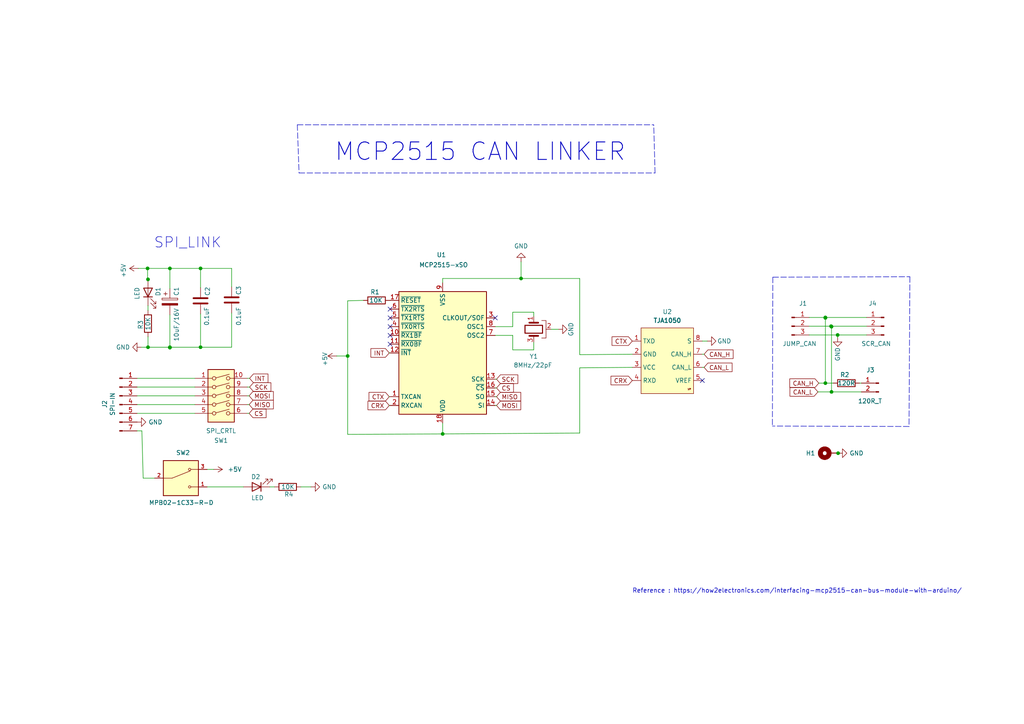
<source format=kicad_sch>
(kicad_sch (version 20211123) (generator eeschema)
  (paper "A4")
  (title_block (title "MCP2515_SPI_TO_CAN") (rev "V1"))
  (lib_symbols
    (symbol "Connector:Conn_01x02_Male" (pin_names (offset 1.016) hide)
      (property "Reference" "J" (at 0 2.54 0))
      (property "Value" "Conn_01x02_Male" (at 0 -5.08 0))
      (symbol "Conn_01x02_Male_1_1"
        (polyline (pts (xy 1.27 -2.54) (xy 0.8636 -2.54)) (stroke (width 0.1524)))
        (polyline (pts (xy 1.27 0) (xy 0.8636 0)) (stroke (width 0.1524)))
        (rectangle (start 0.8636 -2.413) (end 0 -2.667) (stroke (width 0.1524)) (fill (type outline)))
        (rectangle (start 0.8636 0.127) (end 0 -0.127) (stroke (width 0.1524)) (fill (type outline)))
        (pin passive line (at 5.08 0 180) (length 3.81) (name "Pin_1") (number "1"))
        (pin passive line (at 5.08 -2.54 180) (length 3.81) (name "Pin_2") (number "2"))
      )
    )
    (symbol "Connector:Conn_01x03_Male" (pin_names (offset 1.016) hide)
      (property "Reference" "J" (at 0 5.08 0))
      (property "Value" "Conn_01x03_Male" (at 0 -5.08 0))
      (symbol "Conn_01x03_Male_1_1"
        (polyline (pts (xy 1.27 -2.54) (xy 0.8636 -2.54)) (stroke (width 0.1524)))
        (polyline (pts (xy 1.27 0) (xy 0.8636 0)) (stroke (width 0.1524)))
        (polyline (pts (xy 1.27 2.54) (xy 0.8636 2.54)) (stroke (width 0.1524)))
        (rectangle (start 0.8636 -2.413) (end 0 -2.667) (stroke (width 0.1524)) (fill (type outline)))
        (rectangle (start 0.8636 0.127) (end 0 -0.127) (stroke (width 0.1524)) (fill (type outline)))
        (rectangle (start 0.8636 2.667) (end 0 2.413) (stroke (width 0.1524)) (fill (type outline)))
        (pin passive line (at 5.08 2.54 180) (length 3.81) (name "Pin_1") (number "1"))
        (pin passive line (at 5.08 0 180) (length 3.81) (name "Pin_2") (number "2"))
        (pin passive line (at 5.08 -2.54 180) (length 3.81) (name "Pin_3") (number "3"))
      )
    )
    (symbol "Connector:Conn_01x07_Male" (pin_names (offset 1.016) hide)
      (property "Reference" "J" (at 0 10.16 0))
      (property "Value" "Conn_01x07_Male" (at 0 -10.16 0))
      (symbol "Conn_01x07_Male_1_1"
        (polyline (pts (xy 1.27 -7.62) (xy 0.8636 -7.62)) (stroke (width 0.1524)))
        (polyline (pts (xy 1.27 -5.08) (xy 0.8636 -5.08)) (stroke (width 0.1524)))
        (polyline (pts (xy 1.27 -2.54) (xy 0.8636 -2.54)) (stroke (width 0.1524)))
        (polyline (pts (xy 1.27 0) (xy 0.8636 0)) (stroke (width 0.1524)))
        (polyline (pts (xy 1.27 2.54) (xy 0.8636 2.54)) (stroke (width 0.1524)))
        (polyline (pts (xy 1.27 5.08) (xy 0.8636 5.08)) (stroke (width 0.1524)))
        (polyline (pts (xy 1.27 7.62) (xy 0.8636 7.62)) (stroke (width 0.1524)))
        (rectangle (start 0.8636 -7.493) (end 0 -7.747) (stroke (width 0.1524)) (fill (type outline)))
        (rectangle (start 0.8636 -4.953) (end 0 -5.207) (stroke (width 0.1524)) (fill (type outline)))
        (rectangle (start 0.8636 -2.413) (end 0 -2.667) (stroke (width 0.1524)) (fill (type outline)))
        (rectangle (start 0.8636 0.127) (end 0 -0.127) (stroke (width 0.1524)) (fill (type outline)))
        (rectangle (start 0.8636 2.667) (end 0 2.413) (stroke (width 0.1524)) (fill (type outline)))
        (rectangle (start 0.8636 5.207) (end 0 4.953) (stroke (width 0.1524)) (fill (type outline)))
        (rectangle (start 0.8636 7.747) (end 0 7.493) (stroke (width 0.1524)) (fill (type outline)))
        (pin passive line (at 5.08 7.62 180) (length 3.81) (name "Pin_1") (number "1"))
        (pin passive line (at 5.08 5.08 180) (length 3.81) (name "Pin_2") (number "2"))
        (pin passive line (at 5.08 2.54 180) (length 3.81) (name "Pin_3") (number "3"))
        (pin passive line (at 5.08 0 180) (length 3.81) (name "Pin_4") (number "4"))
        (pin passive line (at 5.08 -2.54 180) (length 3.81) (name "Pin_5") (number "5"))
        (pin passive line (at 5.08 -5.08 180) (length 3.81) (name "Pin_6") (number "6"))
        (pin passive line (at 5.08 -7.62 180) (length 3.81) (name "Pin_7") (number "7"))
      )
    )
    (symbol "Custom_symbols:MPB02-1C33-R-D" (pin_names (offset 1.016))
      (property "Reference" "SW" (at -1.27 5.08 0))
      (property "Value" "MPB02-1C33-R-D" (at -8.89 -6.35 0))
      (symbol "MPB02-1C33-R-D_0_0"
        (rectangle (start -5.08 -5.08) (end 5.08 5.08) (stroke (width 0.254)) (fill (type background)))
        (polyline (pts (xy -2.54 0) (xy -5.08 0)) (stroke (width 0.1524)))
        (polyline (pts (xy -2.54 0) (xy 2.794 2.1336)) (stroke (width 0.1524)))
        (polyline (pts (xy 5.08 -2.54) (xy 2.921 -2.54)) (stroke (width 0.1524)))
        (polyline (pts (xy 5.08 2.54) (xy 2.921 2.54)) (stroke (width 0.1524)))
        (circle (center 2.54 -2.54) (radius 0.3302) (stroke (width 0.1524)))
        (circle (center 2.54 2.54) (radius 0.3302) (stroke (width 0.1524)))
        (pin passive line (at 7.62 -2.54 180) (length 2.54) (name "~") (number "1"))
        (pin passive line (at -7.62 0 0) (length 2.54) (name "~") (number "2"))
        (pin passive line (at 7.62 2.54 180) (length 2.54) (name "~") (number "3"))
      )
    )
    (symbol "Custom_symbols:TJA1050"
      (property "Reference" "U" (at 0 -12.7 0))
      (property "Value" "TJA1050" (at 0 -8.89 0))
      (symbol "TJA1050_0_0"
        (text "VP" (at 6.35 -8.89 0) (effects (font (size 0.5 0.5) italic)))
      )
      (symbol "TJA1050_0_1"
        (rectangle (start -7.62 8.89) (end 7.62 -10.16) (fill (type background)))
      )
      (symbol "TJA1050_1_1"
        (pin output line (at -10.16 5.08 0) (length 2.54) (name "TXD") (number "1"))
        (pin bidirectional line (at -10.16 1.27 0) (length 2.54) (name "GND") (number "2"))
        (pin power_in line (at -10.16 -2.54 0) (length 2.54) (name "VCC") (number "3"))
        (pin input line (at -10.16 -6.35 0) (length 2.54) (name "RXD") (number "4"))
        (pin input line (at 10.16 -6.35 180) (length 2.54) (name "VREF") (number "5"))
        (pin input line (at 10.16 -2.54 180) (length 2.54) (name "CAN_L") (number "6"))
        (pin input line (at 10.16 1.27 180) (length 2.54) (name "CAN_H") (number "7"))
        (pin input line (at 10.16 5.08 180) (length 2.54) (name "S") (number "8"))
      )
    )
    (symbol "Device:C" (pin_numbers hide) (pin_names (offset 0.254))
      (property "Reference" "C" (at 0.635 2.54 0))
      (property "Value" "C" (at 0.635 -2.54 0))
      (symbol "C_0_1"
        (polyline (pts (xy -2.032 -0.762) (xy 2.032 -0.762)) (stroke (width 0.508)))
        (polyline (pts (xy -2.032 0.762) (xy 2.032 0.762)) (stroke (width 0.508)))
      )
      (symbol "C_1_1"
        (pin passive line (at 0 3.81 270) (length 2.794) (name "~") (number "1"))
        (pin passive line (at 0 -3.81 90) (length 2.794) (name "~") (number "2"))
      )
    )
    (symbol "Device:C_Polarized" (pin_numbers hide) (pin_names (offset 0.254))
      (property "Reference" "C" (at 0.635 2.54 0))
      (property "Value" "C_Polarized" (at 0.635 -2.54 0))
      (symbol "C_Polarized_0_1"
        (rectangle (start -2.286 0.508) (end 2.286 1.016))
        (polyline (pts (xy -1.778 2.286) (xy -0.762 2.286)))
        (polyline (pts (xy -1.27 2.794) (xy -1.27 1.778)))
        (rectangle (start 2.286 -0.508) (end -2.286 -1.016) (fill (type outline)))
      )
      (symbol "C_Polarized_1_1"
        (pin passive line (at 0 3.81 270) (length 2.794) (name "~") (number "1"))
        (pin passive line (at 0 -3.81 90) (length 2.794) (name "~") (number "2"))
      )
    )
    (symbol "Device:Crystal_GND2" (pin_names (offset 1.016) hide)
      (property "Reference" "Y" (at 0 5.715 0))
      (property "Value" "Crystal_GND2" (at 0 3.81 0))
      (symbol "Crystal_GND2_0_1"
        (rectangle (start -1.143 2.54) (end 1.143 -2.54) (stroke (width 0.3048)))
        (polyline (pts (xy -2.54 0) (xy -1.905 0)))
        (polyline (pts (xy -1.905 -1.27) (xy -1.905 1.27)) (stroke (width 0.508)))
        (polyline (pts (xy 0 -3.81) (xy 0 -3.556)))
        (polyline (pts (xy 1.905 0) (xy 2.54 0)))
        (polyline (pts (xy 1.905 1.27) (xy 1.905 -1.27)) (stroke (width 0.508)))
        (polyline (pts (xy -2.54 -2.286) (xy -2.54 -3.556) (xy 2.54 -3.556) (xy 2.54 -2.286)))
      )
      (symbol "Crystal_GND2_1_1"
        (pin passive line (at -3.81 0 0) (length 1.27) (name "1") (number "1"))
        (pin passive line (at 0 -5.08 90) (length 1.27) (name "2") (number "2"))
        (pin passive line (at 3.81 0 180) (length 1.27) (name "3") (number "3"))
      )
    )
    (symbol "Device:LED" (pin_numbers hide) (pin_names (offset 1.016) hide)
      (property "Reference" "D" (at 0 2.54 0))
      (property "Value" "LED" (at 0 -2.54 0))
      (symbol "LED_0_1"
        (polyline (pts (xy -1.27 -1.27) (xy -1.27 1.27)) (stroke (width 0.254)))
        (polyline (pts (xy -1.27 0) (xy 1.27 0)))
        (polyline (pts (xy 1.27 -1.27) (xy 1.27 1.27) (xy -1.27 0) (xy 1.27 -1.27)) (stroke (width 0.254)))
        (polyline (pts (xy -3.048 -0.762) (xy -4.572 -2.286) (xy -3.81 -2.286) (xy -4.572 -2.286) (xy -4.572 -1.524)))
        (polyline (pts (xy -1.778 -0.762) (xy -3.302 -2.286) (xy -2.54 -2.286) (xy -3.302 -2.286) (xy -3.302 -1.524)))
      )
      (symbol "LED_1_1"
        (pin passive line (at -3.81 0 0) (length 2.54) (name "K") (number "1"))
        (pin passive line (at 3.81 0 180) (length 2.54) (name "A") (number "2"))
      )
    )
    (symbol "Device:R" (pin_numbers hide) (pin_names (offset 0))
      (property "Reference" "R" (at 2.032 0 90))
      (property "Value" "R" (at 0 0 90))
      (symbol "R_0_1"
        (rectangle (start -1.016 -2.54) (end 1.016 2.54) (stroke (width 0.254)))
      )
      (symbol "R_1_1"
        (pin passive line (at 0 3.81 270) (length 1.27) (name "~") (number "1"))
        (pin passive line (at 0 -3.81 90) (length 1.27) (name "~") (number "2"))
      )
    )
    (symbol "Interface_CAN_LIN:MCP2515-xSO"
      (property "Reference" "U" (at -10.16 19.685 0))
      (property "Value" "MCP2515-xSO" (at 19.05 20.32 0))
      (symbol "MCP2515-xSO_0_1"
        (rectangle (start -12.7 17.78) (end 12.7 -17.78) (stroke (width 0.254)) (fill (type background)))
      )
      (symbol "MCP2515-xSO_1_1"
        (pin output line (at 15.24 12.7 180) (length 2.54) (name "TXCAN") (number "1"))
        (pin output line (at 15.24 -5.08 180) (length 2.54) (name "~{RX1BF}") (number "10"))
        (pin output line (at 15.24 -2.54 180) (length 2.54) (name "~{RX0BF}") (number "11"))
        (pin output line (at 15.24 0 180) (length 2.54) (name "~{INT}") (number "12"))
        (pin input line (at -15.24 7.62 0) (length 2.54) (name "SCK") (number "13"))
        (pin input line (at -15.24 15.24 0) (length 2.54) (name "SI") (number "14"))
        (pin output line (at -15.24 12.7 0) (length 2.54) (name "SO") (number "15"))
        (pin input line (at -15.24 10.16 0) (length 2.54) (name "~{CS}") (number "16"))
        (pin input line (at 15.24 -15.24 180) (length 2.54) (name "~{RESET}") (number "17"))
        (pin power_in line (at 0 20.32 270) (length 2.54) (name "VDD") (number "18"))
        (pin input line (at 15.24 15.24 180) (length 2.54) (name "RXCAN") (number "2"))
        (pin output line (at -15.24 -10.16 0) (length 2.54) (name "CLKOUT/SOF") (number "3"))
        (pin input line (at 15.24 -7.62 180) (length 2.54) (name "~{TX0RTS}") (number "4"))
        (pin input line (at 15.24 -10.16 180) (length 2.54) (name "~{TX1RTS}") (number "5"))
        (pin input line (at 15.24 -12.7 180) (length 2.54) (name "~{TX2RTS}") (number "6"))
        (pin output line (at -15.24 -5.08 0) (length 2.54) (name "OSC2") (number "7"))
        (pin input line (at -15.24 -7.62 0) (length 2.54) (name "OSC1") (number "8"))
        (pin power_in line (at 0 -20.32 90) (length 2.54) (name "VSS") (number "9"))
      )
    )
    (symbol "Mechanical:MountingHole_Pad" (pin_numbers hide) (pin_names (offset 1.016) hide)
      (property "Reference" "H" (at 0 6.35 0))
      (property "Value" "MountingHole_Pad" (at 0 4.445 0))
      (symbol "MountingHole_Pad_0_1"
        (circle (center 0 1.27) (radius 1.27) (stroke (width 1.27)))
      )
      (symbol "MountingHole_Pad_1_1"
        (pin input line (at 0 -2.54 90) (length 2.54) (name "1") (number "1"))
      )
    )
    (symbol "Switch:SW_DIP_x05" (pin_names (offset 0) hide)
      (property "Reference" "SW" (at 0 8.89 0))
      (property "Value" "SW_DIP_x05" (at 0 -8.89 0))
      (symbol "SW_DIP_x05_0_0"
        (circle (center -2.032 -5.08) (radius 0.508))
        (circle (center -2.032 -2.54) (radius 0.508))
        (circle (center -2.032 0) (radius 0.508))
        (circle (center -2.032 2.54) (radius 0.508))
        (circle (center -2.032 5.08) (radius 0.508))
        (polyline (pts (xy -1.524 -4.9276) (xy 2.3622 -3.8862)))
        (polyline (pts (xy -1.524 -2.3876) (xy 2.3622 -1.3462)))
        (polyline (pts (xy -1.524 0.127) (xy 2.3622 1.1684)))
        (polyline (pts (xy -1.524 2.667) (xy 2.3622 3.7084)))
        (polyline (pts (xy -1.524 5.207) (xy 2.3622 6.2484)))
        (circle (center 2.032 -5.08) (radius 0.508))
        (circle (center 2.032 -2.54) (radius 0.508))
        (circle (center 2.032 0) (radius 0.508))
        (circle (center 2.032 2.54) (radius 0.508))
        (circle (center 2.032 5.08) (radius 0.508))
      )
      (symbol "SW_DIP_x05_0_1"
        (rectangle (start -3.81 7.62) (end 3.81 -7.62) (stroke (width 0.254)) (fill (type background)))
      )
      (symbol "SW_DIP_x05_1_1"
        (pin passive line (at -7.62 5.08 0) (length 5.08) (name "~") (number "1"))
        (pin passive line (at 7.62 5.08 180) (length 5.08) (name "~") (number "10"))
        (pin passive line (at -7.62 2.54 0) (length 5.08) (name "~") (number "2"))
        (pin passive line (at -7.62 0 0) (length 5.08) (name "~") (number "3"))
        (pin passive line (at -7.62 -2.54 0) (length 5.08) (name "~") (number "4"))
        (pin passive line (at -7.62 -5.08 0) (length 5.08) (name "~") (number "5"))
        (pin passive line (at 7.62 -5.08 180) (length 5.08) (name "~") (number "6"))
        (pin passive line (at 7.62 -2.54 180) (length 5.08) (name "~") (number "7"))
        (pin passive line (at 7.62 0 180) (length 5.08) (name "~") (number "8"))
        (pin passive line (at 7.62 2.54 180) (length 5.08) (name "~") (number "9"))
      )
    )
    (symbol "power:+5V" (power) (pin_names (offset 0))
      (property "Value" "+5V" (at 0 3.556 0))
      (symbol "+5V_0_1"
        (polyline (pts (xy -0.762 1.27) (xy 0 2.54)))
        (polyline (pts (xy 0 0) (xy 0 2.54)))
        (polyline (pts (xy 0 2.54) (xy 0.762 1.27)))
      )
      (symbol "+5V_1_1"
        (pin power_in line (at 0 0 90) (length 0) hide (name "+5V") (number "1"))
      )
    )
    (symbol "power:GND" (power) (pin_names (offset 0))
      (property "Value" "GND" (at 0 -3.81 0))
      (symbol "GND_0_1"
        (polyline (pts (xy 0 0) (xy 0 -1.27) (xy 1.27 -1.27) (xy 0 -2.54) (xy -1.27 -1.27) (xy 0 -1.27)))
      )
      (symbol "GND_1_1"
        (pin power_in line (at 0 0 270) (length 0) hide (name "GND") (number "1"))
      )
    )
  )
  (junction (at 242.951 97.155))
  (junction (at 239.395 92.202))
  (junction (at 241.046 94.615))
  (junction (at 42.926 81.026))
  (junction (at 151.13 80.772))
  (junction (at 241.173 94.742))
  (junction (at 49.276 100.711))
  (junction (at 49.276 100.838))
  (junction (at 241.173 113.665))
  (junction (at 239.395 111.125))
  (junction (at 42.799 77.851))
  (junction (at 58.166 77.851))
  (junction (at 128.397 125.857))
  (junction (at 243.078 131.445))
  (junction (at 100.838 103.251))
  (junction (at 42.926 100.711))
  (junction (at 239.395 92.075))
  (junction (at 58.166 100.711))
  (junction (at 49.276 77.851))
  (no_connect (at 143.637 92.202))
  (no_connect (at 113.157 89.662))
  (no_connect (at 113.157 92.202))
  (no_connect (at 113.157 94.742))
  (no_connect (at 113.157 99.822))
  (no_connect (at 113.157 97.282))
  (no_connect (at 203.708 110.363))
  (wire (pts (xy 39.751 109.728) (xy 56.515 109.728)))
  (wire (pts (xy 112.903 102.362) (xy 113.157 102.362)))
  (wire (pts (xy 72.263 117.348) (xy 71.755 117.348)))
  (wire (pts (xy 148.717 97.282) (xy 148.717 101.473)))
  (polyline (pts (xy 263.906 80.264) (xy 263.652 123.698)))
  (wire (pts (xy 168.148 80.772) (xy 168.148 102.87)))
  (wire (pts (xy 168.148 102.87) (xy 183.388 102.743)))
  (wire (pts (xy 151.13 80.772) (xy 168.148 80.772)))
  (wire (pts (xy 113.03 87.122) (xy 113.157 87.122)))
  (wire (pts (xy 58.166 91.059) (xy 58.166 100.711)))
  (wire (pts (xy 154.813 90.551) (xy 154.813 91.694)))
  (wire (pts (xy 144.018 112.522) (xy 143.637 112.522)))
  (wire (pts (xy 204.216 106.553) (xy 203.708 106.553)))
  (wire (pts (xy 143.637 97.282) (xy 148.717 97.282)))
  (wire (pts (xy 241.173 113.665) (xy 249.809 113.665)))
  (wire (pts (xy 58.166 100.711) (xy 67.183 100.711)))
  (wire (pts (xy 148.717 101.473) (xy 154.813 101.473)))
  (wire (pts (xy 204.216 102.743) (xy 203.708 102.743)))
  (wire (pts (xy 49.276 100.838) (xy 49.276 100.711)))
  (wire (pts (xy 128.397 82.042) (xy 128.397 80.772)))
  (wire (pts (xy 239.395 92.202) (xy 239.395 111.125)))
  (wire (pts (xy 112.903 117.602) (xy 113.157 117.602)))
  (wire (pts (xy 41.529 138.684) (xy 44.831 138.684)))
  (wire (pts (xy 42.926 90.043) (xy 42.926 88.646)))
  (wire (pts (xy 154.813 101.473) (xy 154.813 99.314)))
  (wire (pts (xy 72.263 119.888) (xy 71.755 119.888)))
  (wire (pts (xy 241.046 94.615) (xy 251.333 94.615)))
  (wire (pts (xy 148.717 90.551) (xy 154.813 90.551)))
  (wire (pts (xy 49.276 100.711) (xy 58.166 100.711)))
  (wire (pts (xy 234.696 94.615) (xy 241.046 94.615)))
  (wire (pts (xy 148.717 94.742) (xy 148.717 90.551)))
  (wire (pts (xy 39.751 119.888) (xy 56.515 119.888)))
  (wire (pts (xy 249.301 111.125) (xy 249.809 111.125)))
  (wire (pts (xy 239.395 92.202) (xy 239.395 92.075)))
  (wire (pts (xy 49.276 77.851) (xy 49.276 83.693)))
  (wire (pts (xy 39.751 117.348) (xy 56.515 117.348)))
  (polyline (pts (xy 86.233 36.195) (xy 86.741 50.165)))
  (wire (pts (xy 234.696 92.075) (xy 239.395 92.075)))
  (wire (pts (xy 237.236 113.665) (xy 241.173 113.665)))
  (polyline (pts (xy 263.652 123.698) (xy 224.028 123.571)))
  (wire (pts (xy 151.13 75.946) (xy 151.13 80.772)))
  (wire (pts (xy 49.276 91.313) (xy 49.276 100.711)))
  (wire (pts (xy 90.17 141.224) (xy 87.249 141.224)))
  (wire (pts (xy 128.397 122.682) (xy 128.397 125.857)))
  (wire (pts (xy 79.629 141.224) (xy 78.232 141.224)))
  (wire (pts (xy 42.799 77.851) (xy 49.276 77.851)))
  (polyline (pts (xy 86.741 50.165) (xy 189.992 50.165)))
  (wire (pts (xy 97.663 103.251) (xy 100.838 103.251)))
  (wire (pts (xy 242.951 97.155) (xy 251.333 97.155)))
  (wire (pts (xy 72.39 112.268) (xy 71.755 112.268)))
  (wire (pts (xy 234.696 97.155) (xy 242.951 97.155)))
  (wire (pts (xy 42.799 81.026) (xy 42.799 77.851)))
  (wire (pts (xy 144.018 109.982) (xy 143.637 109.982)))
  (wire (pts (xy 72.39 109.728) (xy 71.755 109.728)))
  (wire (pts (xy 100.838 125.984) (xy 128.397 125.857)))
  (wire (pts (xy 39.751 112.268) (xy 56.515 112.268)))
  (wire (pts (xy 39.751 124.968) (xy 41.148 124.968)))
  (wire (pts (xy 112.903 115.062) (xy 113.157 115.062)))
  (wire (pts (xy 143.637 94.742) (xy 148.717 94.742)))
  (wire (pts (xy 242.951 97.917) (xy 242.951 97.155)))
  (wire (pts (xy 105.41 87.122) (xy 100.838 87.249)))
  (wire (pts (xy 239.395 111.125) (xy 241.681 111.125)))
  (polyline (pts (xy 189.992 50.165) (xy 189.611 36.195)))
  (polyline (pts (xy 86.233 36.195) (xy 189.611 36.195)))
  (wire (pts (xy 128.397 80.772) (xy 151.13 80.772)))
  (wire (pts (xy 58.166 77.851) (xy 58.166 83.439)))
  (wire (pts (xy 241.173 94.742) (xy 241.173 113.665)))
  (wire (pts (xy 205.105 98.933) (xy 203.708 98.933)))
  (polyline (pts (xy 224.155 80.391) (xy 224.028 123.571)))
  (wire (pts (xy 67.183 100.711) (xy 67.183 90.805)))
  (wire (pts (xy 42.926 97.663) (xy 42.926 100.711)))
  (wire (pts (xy 168.148 125.603) (xy 168.148 106.68)))
  (wire (pts (xy 237.49 111.125) (xy 239.395 111.125)))
  (wire (pts (xy 67.183 77.851) (xy 67.183 83.185)))
  (wire (pts (xy 144.018 115.062) (xy 143.637 115.062)))
  (wire (pts (xy 39.751 114.808) (xy 56.515 114.808)))
  (wire (pts (xy 100.838 103.251) (xy 100.838 125.984)))
  (wire (pts (xy 42.926 100.711) (xy 49.276 100.711)))
  (polyline (pts (xy 224.155 80.391) (xy 263.906 80.264)))
  (wire (pts (xy 58.166 77.851) (xy 67.183 77.851)))
  (wire (pts (xy 128.397 125.857) (xy 168.148 125.603)))
  (wire (pts (xy 168.148 106.68) (xy 183.388 106.553)))
  (wire (pts (xy 144.018 117.602) (xy 143.637 117.602)))
  (wire (pts (xy 41.021 100.711) (xy 42.926 100.711)))
  (wire (pts (xy 41.148 124.968) (xy 41.529 138.684)))
  (wire (pts (xy 241.173 94.742) (xy 241.046 94.615)))
  (wire (pts (xy 49.276 77.851) (xy 58.166 77.851)))
  (wire (pts (xy 61.976 136.144) (xy 60.071 136.144)))
  (wire (pts (xy 60.071 141.224) (xy 70.612 141.224)))
  (wire (pts (xy 161.925 95.504) (xy 159.893 95.504)))
  (wire (pts (xy 72.263 114.808) (xy 71.755 114.808)))
  (wire (pts (xy 42.926 81.026) (xy 42.799 81.026)))
  (wire (pts (xy 40.132 77.851) (xy 42.799 77.851)))
  (wire (pts (xy 239.395 92.075) (xy 251.333 92.075)))
  (wire (pts (xy 100.838 87.249) (xy 100.838 103.251)))
  (text "Reference : https://how2electronics.com/interfacing-mcp2515-can-bus-module-with-arduino/" (at 183.388 172.212 0) (effects (font (size 1.27 1.27)) (justify left bottom)))
  (text "MCP2515 CAN LINKER" (at 96.901 47.117 0) (effects (font (size 5.08 5.08) (thickness 0.254) bold) (justify left bottom)))
  (text "SPI_LINK\n" (at 44.577 72.263 0) (effects (font (size 3 3)) (justify left bottom)))
  (global_label "MISO" (shape input) (at 144.018 115.062 0) (property "Intersheet References" "${INTERSHEET_REFS}" (effects hide)))
  (global_label "CAN_H" (shape input) (at 204.216 102.743 0) (property "Intersheet References" "${INTERSHEET_REFS}" (effects hide)))
  (global_label "CS" (shape input) (at 144.018 112.522 0) (property "Intersheet References" "${INTERSHEET_REFS}" (effects hide)))
  (global_label "CTX" (shape input) (at 183.388 98.933 180) (property "Intersheet References" "${INTERSHEET_REFS}" (effects hide)))
  (global_label "CTX" (shape input) (at 112.903 115.062 180) (property "Intersheet References" "${INTERSHEET_REFS}" (effects hide)))
  (global_label "CAN_H" (shape input) (at 237.49 111.125 180) (property "Intersheet References" "${INTERSHEET_REFS}" (effects hide)))
  (global_label "CRX" (shape input) (at 112.903 117.602 180) (property "Intersheet References" "${INTERSHEET_REFS}" (effects hide)))
  (global_label "MISO" (shape input) (at 72.263 117.348 0) (property "Intersheet References" "${INTERSHEET_REFS}" (effects hide)))
  (global_label "CAN_L" (shape input) (at 204.216 106.553 0) (property "Intersheet References" "${INTERSHEET_REFS}" (effects hide)))
  (global_label "INT" (shape input) (at 72.39 109.728 0) (property "Intersheet References" "${INTERSHEET_REFS}" (effects hide)))
  (global_label "INT" (shape input) (at 112.903 102.362 180) (property "Intersheet References" "${INTERSHEET_REFS}" (effects hide)))
  (global_label "CAN_L" (shape input) (at 237.236 113.665 180) (property "Intersheet References" "${INTERSHEET_REFS}" (effects hide)))
  (global_label "SCK" (shape input) (at 144.018 109.982 0) (property "Intersheet References" "${INTERSHEET_REFS}" (effects hide)))
  (global_label "MOSI" (shape input) (at 144.018 117.602 0) (property "Intersheet References" "${INTERSHEET_REFS}" (effects hide)))
  (global_label "CS" (shape input) (at 72.263 119.888 0) (property "Intersheet References" "${INTERSHEET_REFS}" (effects hide)))
  (global_label "SCK" (shape input) (at 72.39 112.268 0) (property "Intersheet References" "${INTERSHEET_REFS}" (effects hide)))
  (global_label "MOSI" (shape input) (at 72.263 114.808 0) (property "Intersheet References" "${INTERSHEET_REFS}" (effects hide)))
  (global_label "CRX" (shape input) (at 183.388 110.363 180) (property "Intersheet References" "${INTERSHEET_REFS}" (effects hide)))
  (symbol (lib_id "Connector:Conn_01x02_Male") (at 254.889 111.125 0) (mirror y) (unit 1)
    (property "Reference" "J3" (at 252.476 107.315 0))
    (property "Value" "120R_T" (at 252.349 116.332 0))
    (property "Footprint" "Jumper:SolderJumper-2_P1.3mm_Open_TrianglePad1.0x1.5mm" (effects hide))
  )
  (symbol (lib_id "Device:C") (at 58.166 87.249 0) (unit 1)
    (property "Reference" "C2" (at 60.198 85.852 90) (effects (justify left)))
    (property "Value" "0.1uF" (at 59.944 94.488 90) (effects (justify left)))
    (property "Footprint" "Capacitor_SMD:C_0805_2012Metric" (effects hide))
  )
  (symbol (lib_id "power:+5V") (at 97.663 103.251 90) (unit 1)
    (property "Reference" "#PWR04" (effects hide))
    (property "Value" "+5V" (at 94.234 102.108 0) (effects (justify right)))
  )
  (symbol (lib_id "power:GND") (at 205.105 98.933 90) (unit 1)
    (property "Reference" "#PWR06" (effects hide))
    (property "Value" "GND" (at 208.026 98.933 90) (effects (justify right)))
  )
  (symbol (lib_id "power:+5V") (at 61.976 136.144 270) (unit 1)
    (property "Reference" "#PWR03" (effects hide))
    (property "Value" "+5V" (at 66.04 136.1439 90) (effects (justify left)))
  )
  (symbol (lib_id "Custom_symbols:MPB02-1C33-R-D") (at 52.451 138.684 0) (unit 1)
    (property "Reference" "SW2" (at 53.086 131.318 0))
    (property "Value" "MPB02-1C33-R-D" (at 52.578 145.796 0))
    (property "Footprint" "Custom_Footprints:SW_MPB02-1C33-R-D" (effects hide))
    (property "MF" "Same Sky" (effects hide))
    (property "MAXIMUM_PACKAGE_HEIGHT" "6.2mm" (effects hide))
    (property "Package" "None" (effects hide))
    (property "Price" "None" (effects hide))
    (property "Check_prices" "https://www.snapeda.com/parts/MPB02-1C33-R-D/Same+Sky/view-part/?ref=eda" (effects hide))
    (property "STANDARD" "Manufacturer Recommendations" (effects hide))
    (property "PARTREV" "1.0" (effects hide))
    (property "SnapEDA_Link" "https://www.snapeda.com/parts/MPB02-1C33-R-D/Same+Sky/view-part/?ref=snap" (effects hide))
    (property "MP" "MPB02-1C33-R-D" (effects hide))
    (property "Description" "\n                        \n                            SPST, Through Hole, 3.3 mm Push, On-(ON), Right Angle Terminal, 2.54 mm Pitch, Push Button Switch\n                        \n" (effects hide))
    (property "Availability" "In Stock" (effects hide))
    (property "MANUFACTURER" "CUI Devices" (effects hide))
  )
  (symbol (lib_id "Mechanical:MountingHole_Pad") (at 240.538 131.445 90) (unit 1)
    (property "Reference" "H1" (at 236.474 131.445 90) (effects (justify left)))
    (property "Value" "MountingHole_Pad" (effects hide))
    (property "Footprint" "MountingHole:MountingHole_2.5mm_Pad_TopBottom" (effects hide))
  )
  (symbol (lib_id "Device:LED") (at 42.926 84.836 90) (unit 1)
    (property "Reference" "D1" (at 45.847 84.582 0))
    (property "Value" "LED" (at 39.751 85.09 0))
    (property "Footprint" "LED_SMD:LED_0805_2012Metric" (effects hide))
  )
  (symbol (lib_id "Mechanical:MountingHole_Pad") (at 240.411 131.445 90) (unit 1)
    (property "Reference" "H2" (effects hide))
    (property "Value" "MountingHole_Pad" (effects hide))
    (property "Footprint" "MountingHole:MountingHole_2.5mm_Pad_TopBottom" (effects hide))
  )
  (symbol (lib_id "Device:R") (at 245.491 111.125 90) (unit 1)
    (property "Reference" "R2" (at 246.38 108.712 90) (effects (justify left)))
    (property "Value" "120R" (at 248.031 111.125 90) (effects (justify left)))
    (property "Footprint" "Resistor_SMD:R_0805_2012Metric" (effects hide))
  )
  (symbol (lib_id "Interface_CAN_LIN:MCP2515-xSO") (at 128.397 102.362 180) (unit 1)
    (property "Reference" "U1" (at 129.413 73.914 0) (effects (justify left)))
    (property "Value" "MCP2515-xSO" (at 135.763 76.835 0) (effects (justify left)))
    (property "Footprint" "Package_SO:SOIC-18W_7.5x11.6mm_P1.27mm" (effects hide))
    (property "Datasheet" "http://ww1.microchip.com/downloads/en/DeviceDoc/21801e.pdf" (effects hide))
    (property "LCSC" "C153782" (effects hide))
  )
  (symbol (lib_id "power:GND") (at 39.751 122.428 90) (unit 1)
    (property "Reference" "#PWR02" (effects hide))
    (property "Value" "GND" (at 43.053 122.428 90) (effects (justify right)))
  )
  (symbol (lib_id "Device:Crystal_GND2") (at 154.813 95.504 90) (mirror x) (unit 1)
    (property "Reference" "Y1" (at 154.813 103.378 90))
    (property "Value" "8MHz/22pF" (at 154.559 105.918 90))
    (property "Footprint" "Crystal:Resonator_SMD_Murata_CSTxExxV-3Pin_3.0x1.1mm" (effects hide))
  )
  (symbol (lib_id "Device:R") (at 109.22 87.122 90) (unit 1)
    (property "Reference" "R1" (at 110.109 84.709 90) (effects (justify left)))
    (property "Value" "10K" (at 110.998 87.122 90) (effects (justify left)))
    (property "Footprint" "Resistor_SMD:R_0805_2012Metric" (effects hide))
  )
  (symbol (lib_id "Mechanical:MountingHole_Pad") (at 240.538 131.445 90) (unit 1)
    (property "Reference" "H3" (effects hide))
    (property "Value" "MountingHole_Pad" (effects hide))
    (property "Footprint" "MountingHole:MountingHole_2.5mm_Pad_TopBottom" (effects hide))
  )
  (symbol (lib_id "Device:R") (at 83.439 141.224 270) (unit 1)
    (property "Reference" "R4" (at 82.423 143.383 90) (effects (justify left)))
    (property "Value" "10K" (at 81.534 141.224 90) (effects (justify left)))
    (property "Footprint" "Resistor_SMD:R_0805_2012Metric" (effects hide))
  )
  (symbol (lib_id "Switch:SW_DIP_x05") (at 64.135 114.808 0) (unit 1)
    (property "Reference" "SW1" (at 64.135 127.762 0))
    (property "Value" "SPI_CRTL" (at 64.135 124.968 0))
    (property "Footprint" "Button_Switch_SMD:SW_DIP_SPSTx05_Slide_KingTek_DSHP05TS_W7.62mm_P1.27mm" (effects hide))
  )
  (symbol (lib_id "power:GND") (at 161.925 95.504 90) (unit 1)
    (property "Reference" "#PWR01" (effects hide))
    (property "Value" "GND" (at 165.608 93.472 0) (effects (justify right)))
  )
  (symbol (lib_id "power:GND") (at 90.17 141.224 90) (unit 1)
    (property "Reference" "#PWR010" (effects hide))
    (property "Value" "GND" (at 93.472 141.224 90) (effects (justify right)))
  )
  (symbol (lib_id "power:GND") (at 151.13 75.946 180) (unit 1)
    (property "Reference" "#PWR05" (effects hide))
    (property "Value" "GND" (at 151.13 71.374 0))
  )
  (symbol (lib_id "Device:C_Polarized") (at 49.276 87.503 0) (unit 1)
    (property "Reference" "C1" (at 51.181 85.852 90) (effects (justify left)))
    (property "Value" "10uF/16V" (at 51.181 99.06 90) (effects (justify left)))
    (property "Footprint" "Capacitor_SMD:CP_Elec_4x3" (effects hide))
  )
  (symbol (lib_id "Connector:Conn_01x03_Male") (at 229.616 94.615 0) (unit 1)
    (property "Reference" "J1" (at 232.918 88.011 0))
    (property "Value" "JUMP_CAN" (at 231.902 99.695 0))
    (property "Footprint" "Connector_PinHeader_2.54mm:PinHeader_1x03_P2.54mm_Horizontal" (effects hide))
  )
  (symbol (lib_id "Custom_symbols:TJA1050") (at 193.548 104.013 0) (unit 1)
    (property "Reference" "U2" (at 193.548 90.424 0))
    (property "Value" "TJA1050" (at 193.548 92.964 0) (effects (font bold)))
    (property "Footprint" "Package_SO:SOIC-8_3.9x4.9mm_P1.27mm" (effects hide))
    (property "LCSC" "C6952" (effects hide))
  )
  (symbol (lib_id "Device:LED") (at 74.422 141.224 180) (unit 1)
    (property "Reference" "D2" (at 74.168 138.303 0))
    (property "Value" "LED" (at 74.676 144.399 0))
    (property "Footprint" "LED_SMD:LED_0805_2012Metric" (effects hide))
  )
  (symbol (lib_id "Connector:Conn_01x03_Male") (at 256.413 94.615 0) (mirror y) (unit 1)
    (property "Reference" "J4" (at 253.111 88.011 0))
    (property "Value" "SCR_CAN" (at 254.127 99.695 0))
    (property "Footprint" "TerminalBlock_Phoenix:TerminalBlock_Phoenix_MKDS-1,5-3-5.08_1x03_P5.08mm_Horizontal" (effects hide))
  )
  (symbol (lib_id "Device:C") (at 67.183 86.995 0) (unit 1)
    (property "Reference" "C3" (at 69.215 85.598 90) (effects (justify left)))
    (property "Value" "0.1uF" (at 69.215 94.488 90) (effects (justify left)))
    (property "Footprint" "Capacitor_SMD:C_0805_2012Metric" (effects hide))
  )
  (symbol (lib_id "Connector:Conn_01x07_Male") (at 34.671 117.348 0) (unit 1)
    (property "Reference" "J2" (at 30.353 117.221 90))
    (property "Value" "SPI-IN" (at 32.639 117.221 90))
    (property "Footprint" "Connector_PinHeader_2.54mm:PinHeader_1x07_P2.54mm_Vertical" (effects hide))
  )
  (symbol (lib_id "power:GND") (at 41.021 100.711 270) (unit 1)
    (property "Reference" "#PWR09" (effects hide))
    (property "Value" "GND" (at 37.719 100.711 90) (effects (justify right)))
  )
  (symbol (lib_id "Device:R") (at 42.926 93.853 180) (unit 1)
    (property "Reference" "R3" (at 40.767 92.837 90) (effects (justify left)))
    (property "Value" "10K" (at 42.926 91.948 90) (effects (justify left)))
    (property "Footprint" "Resistor_SMD:R_0805_2012Metric" (effects hide))
  )
  (symbol (lib_id "power:+5V") (at 40.132 77.851 90) (unit 1)
    (property "Reference" "#PWR08" (effects hide))
    (property "Value" "+5V" (at 35.814 76.454 0) (effects (justify right)))
  )
  (symbol (lib_id "power:GND") (at 243.078 131.445 90) (unit 1)
    (property "Reference" "#PWR0101" (effects hide))
    (property "Value" "GND" (at 246.38 131.445 90) (effects (justify right)))
  )
  (symbol (lib_id "Mechanical:MountingHole_Pad") (at 240.411 131.445 90) (unit 1)
    (property "Reference" "H4" (effects hide))
    (property "Value" "MountingHole_Pad" (effects hide))
    (property "Footprint" "MountingHole:MountingHole_2.5mm_Pad_TopBottom" (effects hide))
  )
  (symbol (lib_id "power:GND") (at 242.951 97.917 0) (unit 1)
    (property "Reference" "#PWR07" (effects hide))
    (property "Value" "GND" (at 242.951 100.711 90) (effects (justify right)))
  )
)
</source>
